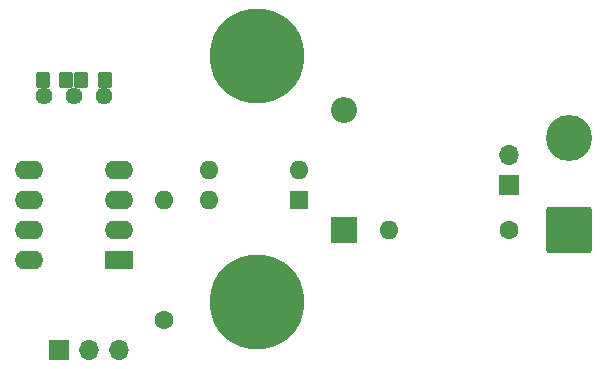
<source format=gts>
%TF.GenerationSoftware,KiCad,Pcbnew,(6.0.4)*%
%TF.CreationDate,2022-03-26T00:49:46+01:00*%
%TF.ProjectId,TICtoUART,54494374-6f55-4415-9254-2e6b69636164,rev?*%
%TF.SameCoordinates,Original*%
%TF.FileFunction,Soldermask,Top*%
%TF.FilePolarity,Negative*%
%FSLAX46Y46*%
G04 Gerber Fmt 4.6, Leading zero omitted, Abs format (unit mm)*
G04 Created by KiCad (PCBNEW (6.0.4)) date 2022-03-26 00:49:46*
%MOMM*%
%LPD*%
G01*
G04 APERTURE LIST*
G04 Aperture macros list*
%AMRoundRect*
0 Rectangle with rounded corners*
0 $1 Rounding radius*
0 $2 $3 $4 $5 $6 $7 $8 $9 X,Y pos of 4 corners*
0 Add a 4 corners polygon primitive as box body*
4,1,4,$2,$3,$4,$5,$6,$7,$8,$9,$2,$3,0*
0 Add four circle primitives for the rounded corners*
1,1,$1+$1,$2,$3*
1,1,$1+$1,$4,$5*
1,1,$1+$1,$6,$7*
1,1,$1+$1,$8,$9*
0 Add four rect primitives between the rounded corners*
20,1,$1+$1,$2,$3,$4,$5,0*
20,1,$1+$1,$4,$5,$6,$7,0*
20,1,$1+$1,$6,$7,$8,$9,0*
20,1,$1+$1,$8,$9,$2,$3,0*%
G04 Aperture macros list end*
%ADD10RoundRect,0.250002X1.699998X-1.699998X1.699998X1.699998X-1.699998X1.699998X-1.699998X-1.699998X0*%
%ADD11C,3.900000*%
%ADD12C,1.440000*%
%ADD13C,1.600000*%
%ADD14O,1.600000X1.600000*%
%ADD15RoundRect,0.250000X-0.350000X-0.450000X0.350000X-0.450000X0.350000X0.450000X-0.350000X0.450000X0*%
%ADD16C,8.000000*%
%ADD17C,4.400000*%
%ADD18O,2.400000X1.600000*%
%ADD19R,2.400000X1.600000*%
%ADD20O,1.700000X1.700000*%
%ADD21R,1.700000X1.700000*%
%ADD22R,1.600000X1.600000*%
%ADD23R,2.200000X2.200000*%
%ADD24O,2.200000X2.200000*%
G04 APERTURE END LIST*
D10*
%TO.C,J3*%
X147320000Y-96520000D03*
D11*
X147320000Y-88720000D03*
%TD*%
D12*
%TO.C,RV1*%
X102885000Y-85165000D03*
X105425000Y-85165000D03*
X107965000Y-85165000D03*
%TD*%
D13*
%TO.C,R2*%
X113030000Y-104140000D03*
D14*
X113030000Y-93980000D03*
%TD*%
D13*
%TO.C,R1*%
X142240000Y-96520000D03*
D14*
X132080000Y-96520000D03*
%TD*%
D15*
%TO.C,R3*%
X102775000Y-83820000D03*
X104775000Y-83820000D03*
%TD*%
%TO.C,R4*%
X106045000Y-83820000D03*
X108045000Y-83820000D03*
%TD*%
D16*
%TO.C,REF\u002A\u002A*%
X120904000Y-81788000D03*
D17*
X120904000Y-81788000D03*
%TD*%
D16*
%TO.C,REF\u002A\u002A*%
X120904000Y-102616000D03*
D17*
X120904000Y-102616000D03*
%TD*%
D18*
%TO.C,U2*%
X101590000Y-99050000D03*
X101590000Y-96510000D03*
X101590000Y-93970000D03*
X101590000Y-91430000D03*
X109210000Y-91430000D03*
X109210000Y-93970000D03*
X109210000Y-96510000D03*
D19*
X109210000Y-99050000D03*
%TD*%
D20*
%TO.C,J2*%
X109235000Y-106680000D03*
X106695000Y-106680000D03*
D21*
X104155000Y-106680000D03*
%TD*%
%TO.C,J1*%
X142240000Y-92710000D03*
D20*
X142240000Y-90170000D03*
%TD*%
D22*
%TO.C,U1*%
X124460000Y-93980000D03*
D14*
X124460000Y-91440000D03*
X116840000Y-91440000D03*
X116840000Y-93980000D03*
%TD*%
D23*
%TO.C,D1*%
X128270000Y-96520000D03*
D24*
X128270000Y-86360000D03*
%TD*%
M02*

</source>
